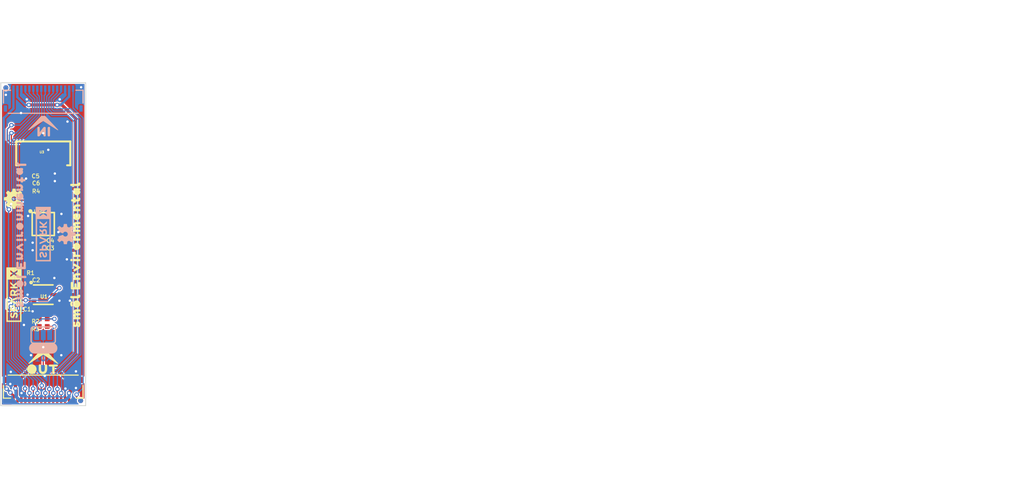
<source format=kicad_pcb>
(kicad_pcb (version 20211014) (generator pcbnew)
  (layers (0 "F.Cu" signal) (31 "B.Cu" signal) (34 "B.Paste" user) (35 "F.Paste" user) (36 "B.SilkS" user "B.Silkscreen") (37 "F.SilkS" user "F.Silkscreen") (38 "B.Mask" user) (39 "F.Mask" user) (44 "Edge.Cuts" user))
  (net 0 "")
  (net 1 "GND")
  (net 2 "SCLK")
  (net 3 "COPI")
  (net 4 "CIPO")
  (net 5 "CS0")
  (net 6 "CS1")
  (net 7 "CS2")
  (net 8 "GPIO0")
  (net 9 "GPIO1")
  (net 10 "SDA")
  (net 11 "SCL")
  (net 12 "3.3V")
  (net 13 "V_USB")
  (net 14 "PROC_PWR_EN")
  (net 15 "N$1")
  (net 16 "N$2")
  (net 17 "N$3")
  (net 18 "N$4")
  (footprint "eagleBoard:0402-TIGHT" (layer "F.Cu") (at 148.5011 108.3056)
    (fp_text reference "R1" (at -2.159 0.3175) (layer "F.SilkS") (effects (font (size 0.512064 0.512064) (thickness 0.097536)) (justify left)))
    (fp_text value "4.7" hide)
    (pad "1" smd roundrect (at -0.5 0) (size 0.6 0.6) (layers "F.Cu" "F.Paste" "F.Mask") (roundrect_rratio 0.08466666667) (net 15 "N$1"))
    (pad "2" smd roundrect (at 0.5 0) (size 0.6 0.6) (layers "F.Cu" "F.Paste" "F.Mask") (roundrect_rratio 0.08466666667) (net 12 "3.3V"))
  )
  (footprint "eagleBoard:0402-TIGHT" (layer "F.Cu") (at 148.5011 115.3541)
    (fp_text reference "R3" (at -1.524 0.327) (layer "F.SilkS") (effects (font (size 0.512064 0.512064) (thickness 0.097536)) (justify left)))
    (fp_text value "4.7k" hide)
    (pad "1" smd roundrect (at -0.5 0) (size 0.6 0.6) (layers "F.Cu" "F.Paste" "F.Mask") (roundrect_rratio 0.08466666667) (net 11 "SCL"))
    (pad "2" smd roundrect (at 0.5 0) (size 0.6 0.6) (layers "F.Cu" "F.Paste" "F.Mask") (roundrect_rratio 0.08466666667) (net 17 "N$3"))
  )
  (footprint "eagleBoard:0402-TIGHT" (layer "F.Cu") (at 148.5011 97.0661)
    (fp_text reference "C6" (at -1.4605 0.2635) (layer "F.SilkS") (effects (font (size 0.512064 0.512064) (thickness 0.097536)) (justify left)))
    (fp_text value "0.1uF" hide)
    (pad "1" smd roundrect (at -0.5 0) (size 0.6 0.6) (layers "F.Cu" "F.Paste" "F.Mask") (roundrect_rratio 0.08466666667) (net 18 "N$4"))
    (pad "2" smd roundrect (at 0.5 0) (size 0.6 0.6) (layers "F.Cu" "F.Paste" "F.Mask") (roundrect_rratio 0.08466666667) (net 1 "GND"))
  )
  (footprint "eagleBoard:FIDUCIAL-MICRO" (layer "F.Cu") (at 143.8021 85.3186)
    (fp_text reference "FD1" hide)
    (fp_text value "FIDUCIALUFIDUCIAL" hide)
    (pad "1" smd roundrect (at 0 0) (size 0.635 0.635) (layers "F.Cu" "F.Mask") (roundrect_rratio 0.5))
  )
  (footprint "eagleBoard:LGA-8-2.5X2.5" (layer "F.Cu") (at 148.5011 102.4636)
    (fp_text reference "U2" (at -1.27 -1.524) (layer "F.SilkS") (effects (font (size 0.512064 0.512064) (thickness 0.097536)) (justify left)))
    (fp_text value "BME280" hide)
    (pad "1" smd roundrect (at -0.975 -1.025 90) (size 0.5 0.35) (layers "F.Cu" "F.Paste" "F.Mask") (roundrect_rratio 0.1451428571) (net 1 "GND"))
    (pad "2" smd roundrect (at -0.325 -1.025 90) (size 0.5 0.35) (layers "F.Cu" "F.Paste" "F.Mask") (roundrect_rratio 0.1451428571) (net 12 "3.3V"))
    (pad "3" smd roundrect (at 0.325 -1.025 90) (size 0.5 0.35) (layers "F.Cu" "F.Paste" "F.Mask") (roundrect_rratio 0.1451428571) (net 10 "SDA"))
    (pad "4" smd roundrect (at 0.975 -1.025 90) (size 0.5 0.35) (layers "F.Cu" "F.Paste" "F.Mask") (roundrect_rratio 0.1451428571) (net 11 "SCL"))
    (pad "5" smd roundrect (at 0.975 1.025 90) (size 0.5 0.35) (layers "F.Cu" "F.Paste" "F.Mask") (roundrect_rratio 0.1451428571) (net 1 "GND"))
    (pad "6" smd roundrect (at 0.325 1.025 90) (size 0.5 0.35) (layers "F.Cu" "F.Paste" "F.Mask") (roundrect_rratio 0.1451428571) (net 12 "3.3V"))
    (pad "7" smd roundrect (at -0.325 1.025 90) (size 0.5 0.35) (layers "F.Cu" "F.Paste" "F.Mask") (roundrect_rratio 0.1451428571) (net 1 "GND"))
    (pad "8" smd roundrect (at -0.975 1.025 90) (size 0.5 0.35) (layers "F.Cu" "F.Paste" "F.Mask") (roundrect_rratio 0.1451428571) (net 12 "3.3V"))
  )
  (footprint "eagleBoard:SM�L_ENVIRONMENTAL0" (layer "F.Cu") (at 152.5651 106.2736 90)
    (fp_text reference "U$2" hide)
    (fp_text value "" hide)
  )
  (footprint "eagleBoard:VEML7700_TT" (layer "F.Cu") (at 148.5011 93.5736)
    (fp_text reference "U3" (at -0.5075 -0.1585) (layer "F.SilkS") (effects (font (size 0.282448 0.282448) (thickness 0.327152)) (justify left)))
    (fp_text value "VEML7700-TT" hide)
    (pad "1" smd roundrect (at -1.905 0.9 90) (size 1.6 0.7) (layers "F.Cu" "F.Paste" "F.Mask") (roundrect_rratio 0.07257142857) (net 11 "SCL"))
    (pad "2" smd roundrect (at -0.635 0.9 90) (size 1.6 0.7) (layers "F.Cu" "F.Paste" "F.Mask") (roundrect_rratio 0.07257142857) (net 18 "N$4"))
    (pad "3" smd roundrect (at 0.635 0.9 90) (size 1.6 0.7) (layers "F.Cu" "F.Paste" "F.Mask") (roundrect_rratio 0.07257142857) (net 1 "GND"))
    (pad "4" smd roundrect (at 1.905 0.9 90) (size 1.6 0.7) (layers "F.Cu" "F.Paste" "F.Mask") (roundrect_rratio 0.07257142857) (net 10 "SDA"))
  )
  (footprint "eagleBoard:FPC_16_0.5MM" (layer "F.Cu") (at 148.5011 123.2281 180)
    (fp_text reference "OUT0" hide)
    (fp_text value "" hide)
    (pad "1" smd roundrect (at -3.75 -1.35 180) (size 0.3 0.8) (layers "F.Cu" "F.Mask") (roundrect_rratio 0.1693333333) (net 14 "PROC_PWR_EN"))
    (pad "2" smd roundrect (at -3.25 -1.35 180) (size 0.3 0.8) (layers "F.Cu" "F.Mask") (roundrect_rratio 0.1693333333) (net 12 "3.3V"))
    (pad "3" smd roundrect (at -2.75 -1.35 180) (size 0.3 0.8) (layers "F.Cu" "F.Mask") (roundrect_rratio 0.1693333333) (net 1 "GND"))
    (pad "4" smd roundrect (at -2.25 -1.35 180) (size 0.3 0.8) (layers "F.Cu" "F.Mask") (roundrect_rratio 0.1693333333) (net 2 "SCLK"))
    (pad "5" smd roundrect (at -1.75 -1.35 180) (size 0.3 0.8) (layers "F.Cu" "F.Mask") (roundrect_rratio 0.1693333333) (net 3 "COPI"))
    (pad "6" smd roundrect (at -1.25 -1.35 180) (size 0.3 0.8) (layers "F.Cu" "F.Mask") (roundrect_rratio 0.1693333333) (net 4 "CIPO"))
    (pad "7" smd roundrect (at -0.75 -1.35 180) (size 0.3 0.8) (layers "F.Cu" "F.Mask") (roundrect_rratio 0.1693333333) (net 5 "CS0"))
    (pad "8" smd roundrect (at -0.25 -1.35 180) (size 0.3 0.8) (layers "F.Cu" "F.Mask") (roundrect_rratio 0.1693333333) (net 6 "CS1"))
    (pad "9" smd roundrect (at 0.25 -1.35 180) (size 0.3 0.8) (layers "F.Cu" "F.Mask") (roundrect_rratio 0.1693333333) (net 7 "CS2"))
    (pad "10" smd roundrect (at 0.75 -1.35 180) (size 0.3 0.8) (layers "F.Cu" "F.Mask") (roundrect_rratio 0.1693333333) (net 8 "GPIO0"))
    (pad "11" smd roundrect (at 1.25 -1.35 180) (size 0.3 0.8) (layers "F.Cu" "F.Mask") (roundrect_rratio 0.1693333333) (net 9 "GPIO1"))
    (pad "12" smd roundrect (at 1.75 -1.35 180) (size 0.3 0.8) (layers "F.Cu" "F.Mask") (roundrect_rratio 0.1693333333) (net 10 "SDA"))
    (pad "13" smd roundrect (at 2.25 -1.35 180) (size 0.3 0.8) (layers "F.Cu" "F.Mask") (roundrect_rratio 0.1693333333) (net 11 "SCL"))
    (pad "14" smd roundrect (at 2.75 -1.35 180) (size 0.3 0.8) (layers "F.Cu" "F.Mask") (roundrect_rratio 0.1693333333) (net 1 "GND"))
    (pad "15" smd roundrect (at 3.25 -1.35 180) (size 0.3 0.8) (layers "F.Cu" "F.Mask") (roundrect_rratio 0.1693333333) (net 12 "3.3V"))
    (pad "16" smd roundrect (at 3.75 -1.35 180) (size 0.3 0.8) (layers "F.Cu" "F.Mask") (roundrect_rratio 0.1693333333) (net 13 "V_USB"))
    (pad "MP1" smd roundrect (at -4.75 1.15 180) (size 0.4 0.8) (layers "F.Cu" "F.Paste" "F.Mask") (roundrect_rratio 0.127))
    (pad "MP2" smd roundrect (at 4.75 1.15 180) (size 0.4 0.8) (layers "F.Cu" "F.Paste" "F.Mask") (roundrect_rratio 0.127))
  )
  (footprint "eagleBoard:SMOL_SMALL" (layer "F.Cu") (at 148.5011 118.9101)
    (fp_text reference "U$3" hide)
    (fp_text value "SMOL_LOGOSMALL" hide)
  )
  (footprint "eagleBoard:FIDUCIAL-MICRO" (layer "F.Cu") (at 153.2001 124.6886)
    (fp_text reference "FD3" hide)
    (fp_text value "FIDUCIALUFIDUCIAL" hide)
    (pad "1" smd roundrect (at 0 0) (size 0.635 0.635) (layers "F.Cu" "F.Mask") (roundrect_rratio 0.5))
  )
  (footprint "eagleBoard:0402-TIGHT" (layer "F.Cu") (at 148.5011 98.0186)
    (fp_text reference "R4" (at -1.4605 0.327) (layer "F.SilkS") (effects (font (size 0.512064 0.512064) (thickness 0.097536)) (justify left)))
    (fp_text value "4.7")
    (pad "1" smd roundrect (at -0.5 0) (size 0.6 0.6) (layers "F.Cu" "F.Paste" "F.Mask") (roundrect_rratio 0.08466666667) (net 18 "N$4"))
    (pad "2" smd roundrect (at 0.5 0) (size 0.6 0.6) (layers "F.Cu" "F.Paste" "F.Mask") (roundrect_rratio 0.08466666667) (net 12 "3.3V"))
  )
  (footprint "eagleBoard:0402-TIGHT" (layer "F.Cu") (at 148.5011 114.4016)
    (fp_text reference "R2" (at -1.524 0.327) (layer "F.SilkS") (effects (font (size 0.512064 0.512064) (thickness 0.097536)) (justify left)))
    (fp_text value "4.7k" hide)
    (pad "1" smd roundrect (at -0.5 0) (size 0.6 0.6) (layers "F.Cu" "F.Paste" "F.Mask") (roundrect_rratio 0.08466666667) (net 10 "SDA"))
    (pad "2" smd roundrect (at 0.5 0) (size 0.6 0.6) (layers "F.Cu" "F.Paste" "F.Mask") (roundrect_rratio 0.08466666667) (net 16 "N$2"))
  )
  (footprint "eagleBoard:0402-TIGHT" (layer "F.Cu") (at 148.5011 104.8131 180)
    (fp_text reference "C4" (at -1.4605 0.2635) (layer "F.SilkS") (effects (font (size 0.512064 0.512064) (thickness 0.097536)) (justify right)))
    (fp_text value "0.1uF" hide)
    (pad "1" smd roundrect (at -0.5 0 180) (size 0.6 0.6) (layers "F.Cu" "F.Paste" "F.Mask") (roundrect_rratio 0.08466666667) (net 12 "3.3V"))
    (pad "2" smd roundrect (at 0.5 0 180) (size 0.6 0.6) (layers "F.Cu" "F.Paste" "F.Mask") (roundrect_rratio 0.08466666667) (net 1 "GND"))
  )
  (footprint "eagleBoard:OSHW-LOGO-MINI" (layer "F.Cu") (at 144.8181 99.2886 90)
    (fp_text reference "LOGO2" hide)
    (fp_text value "OSHW-LOGOMINI" hide)
  )
  (footprint "eagleBoard:SPARKX-SMALL" (layer "F.Cu") (at 144.8181 111.3536 90)
    (fp_text reference "U$1" hide)
    (fp_text value "SPARKX-LOGO3" hide)
  )
  (footprint "eagleBoard:0402-TIGHT" (layer "F.Cu") (at 148.5011 105.7656 180)
    (fp_text reference "C3" (at -1.4605 0.2635) (layer "F.SilkS") (effects (font (size 0.512064 0.512064) (thickness 0.097536)) (justify right)))
    (fp_text value "2.2uF" hide)
    (pad "1" smd roundrect (at -0.5 0 180) (size 0.6 0.6) (layers "F.Cu" "F.Paste" "F.Mask") (roundrect_rratio 0.08466666667) (net 12 "3.3V"))
    (pad "2" smd roundrect (at 0.5 0 180) (size 0.6 0.6) (layers "F.Cu" "F.Paste" "F.Mask") (roundrect_rratio 0.08466666667) (net 1 "GND"))
  )
  (footprint "eagleBoard:0402-TIGHT" (layer "F.Cu") (at 148.5011 113.4491 180)
    (fp_text reference "C1" (at 1.4605 0.2635) (layer "F.SilkS") (effects (font (size 0.512064 0.512064) (thickness 0.097536)) (justify right)))
    (fp_text value "1.0uF" hide)
    (pad "1" smd roundrect (at -0.5 0 180) (size 0.6 0.6) (layers "F.Cu" "F.Paste" "F.Mask") (roundrect_rratio 0.08466666667) (net 12 "3.3V"))
    (pad "2" smd roundrect (at 0.5 0 180) (size 0.6 0.6) (layers "F.Cu" "F.Paste" "F.Mask") (roundrect_rratio 0.08466666667) (net 1 "GND"))
  )
  (footprint "eagleBoard:0402-TIGHT" (layer "F.Cu") (at 148.5011 96.1136)
    (fp_text reference "C5" (at -1.524 0.327) (layer "F.SilkS") (effects (font (size 0.512064 0.512064) (thickness 0.097536)) (justify left)))
    (fp_text value "2.2uF" hide)
    (pad "1" smd roundrect (at -0.5 0) (size 0.6 0.6) (layers "F.Cu" "F.Paste" "F.Mask") (roundrect_rratio 0.08466666667) (net 18 "N$4"))
    (pad "2" smd roundrect (at 0.5 0) (size 0.6 0.6) (layers "F.Cu" "F.Paste" "F.Mask") (roundrect_rratio 0.08466666667) (net 1 "GND"))
  )
  (footprint "eagleBoard:0402-TIGHT" (layer "F.Cu") (at 148.5011 109.2581)
    (fp_text reference "C2" (at -1.4605 0.2635) (layer "F.SilkS") (effects (font (size 0.512064 0.512064) (thickness 0.097536)) (justify left)))
    (fp_text value "1.0uF" hide)
    (pad "1" smd roundrect (at -0.5 0) (size 0.6 0.6) (layers "F.Cu" "F.Paste" "F.Mask") (roundrect_rratio 0.08466666667) (net 15 "N$1"))
    (pad "2" smd roundrect (at 0.5 0) (size 0.6 0.6) (layers "F.Cu" "F.Paste" "F.Mask") (roundrect_rratio 0.08466666667) (net 1 "GND"))
  )
  (footprint "eagleBoard:SGP40" (layer "F.Cu") (at 148.5011 111.3536)
    (fp_text reference "U1" (at -0.4445 0.254) (layer "F.SilkS") (effects (font (size 0.460045 0.460045) (thickness 0.149555)) (justify left)))
    (fp_text value "SGP40" hide)
    (fp_poly (pts (xy 0.62505 0.85005) (xy -0.62505 0.85005) (xy -0.62505 -0.575021) (xy -0.350021 -0.85005) (xy 0.62505 -0.85005)) (layer "F.Cu") (width 0) (fill solid))
    (pad "1" smd roundrect (at -1.15 -0.8) (size 0.55 0.4) (layers "F.Cu" "F.Mask") (roundrect_rratio 0.127) (net 15 "N$1"))
    (pad "2" smd roundrect (at -1.15 0) (size 0.55 0.4) (layers "F.Cu" "F.Mask") (roundrect_rratio 0.127) (net 1 "GND"))
    (pad "3" smd roundrect (at -1.15 0.8) (size 0.55 0.4) (layers "F.Cu" "F.Mask") (roundrect_rratio 0.127) (net 10 "SDA"))
    (pad "4" smd roundrect (at 1.15 0.8) (size 0.55 0.4) (layers "F.Cu" "F.Mask") (roundrect_rratio 0.127) (net 1 "GND"))
    (pad "5" smd roundrect (at 1.15 0) (size 0.55 0.4) (layers "F.Cu" "F.Mask") (roundrect_rratio 0.127) (net 12 "3.3V"))
    (pad "6" smd roundrect (at 1.15 -0.8) (size 0.55 0.4) (layers "F.Cu" "F.Mask") (roundrect_rratio 0.127) (net 11 "SCL"))
    (pad "DIEPAD" smd roundrect (at 0 0 90) (size 0.6096 0.3048) (layers "F.Cu") (roundrect_rratio 0.1666666667) (net 1 "GND"))
  )
  (footprint "eagleBoard:ORDERING_INSTRUCTIONS" (layer "F.Cu") (at 162.2171 74.5236)
    (fp_text reference "LOGO1" hide)
    (fp_text value "SPECIAL_INSTRUCTIONS-ORDERING" hide)
  )
  (footprint "eagleBoard:OUT0" (layer "F.Cu") (at 148.5011 120.7516)
    (fp_text reference "U$17" hide)
    (fp_text value "" hide)
  )
  (footprint "eagleBoard:CREATIVE_COMMONS" (layer "F.Cu") (at 188.8871 135.4836)
    (fp_text reference "FRAME1" hide)
    (fp_text value "FRAME-LEDGER" hide)
  )
  (footprint "eagleBoard:#I�C#0" (layer "B.Cu") (at 148.5011 118.0846 180)
    (fp_text reference "U$5" hide)
    (fp_text value "" hide)
  )
  (footprint "eagleBoard:FPC_16_0.5MM" (layer "B.Cu") (at 148.5011 86.7791 180)
    (fp_text reference "IN0" hide)
    (fp_text value "" hide)
    (pad "1" smd roundrect (at -3.75 1.35 180) (size 0.3 0.8) (layers "B.Cu" "B.Mask") (roundrect_rratio 0.1693333333) (net 14 "PROC_PWR_EN"))
    (pad "2" smd roundrect (at -3.25 1.35 180) (size 0.3 0.8) (layers "B.Cu" "B.Mask") (roundrect_rratio 0.1693333333) (net 12 "3.3V"))
    (pad "3" smd roundrect (at -2.75 1.35 180) (size 0.3 0.8) (layers "B.Cu" "B.Mask") (roundrect_rratio 0.1693333333) (net 1 "GND"))
    (pad "4" smd roundrect (at -2.25 1.35 180) (size 0.3 0.8) (layers "B.Cu" "B.Mask") (roundrect_rratio 0.1693333333) (net 2 "SCLK"))
    (pad "5" smd roundrect (at -1.75 1.35 180) (size 0.3 0.8) (layers "B.Cu" "B.Mask") (roundrect_rratio 0.1693333333) (net 3 "COPI"))
    (pad "6" smd roundrect (at -1.25 1.35 180) (size 0.3 0.8) (layers "B.Cu" "B.Mask") (roundrect_rratio 0.1693333333) (net 4 "CIPO"))
    (pad "7" smd roundrect (at -0.75 1.35 180) (size 0.3 0.8) (layers "B.Cu" "B.Mask") (roundrect_rratio 0.1693333333) (net 5 "CS0"))
    (pad "8" smd roundrect (at -0.25 1.35 180) (size 0.3 0.8) (layers "B.Cu" "B.Mask") (roundrect_rratio 0.1693333333) (net 6 "CS1"))
    (pad "9" smd roundrect (at 0.25 1.35 180) (size 0.3 0.8) (layers "B.Cu" "B.Mask") (roundrect_rratio 0.1693333333) (net 7 "CS2"))
    (pad "10" smd roundrect (at 0.75 1.35 180) (size 0.3 0.8) (layers "B.Cu" "B.Mask") (roundrect_rratio 0.1693333333) (net 8 "GPIO0"))
    (pad "11" smd roundrect (at 1.25 1.35 180) (size 0.3 0.8) (layers "B.Cu" "B.Mask") (roundrect_rratio 0.1693333333) (net 9 "GPIO1"))
    (pad "12" smd roundrect (at 1.75 1.35 180) (size 0.3 0.8) (layers "B.Cu" "B.Mask") (roundrect_rratio 0.1693333333) (net 10 "SDA"))
    (pad "13" smd roundrect (at 2.25 1.35 180) (size 0.3 0.8) (layers "B.Cu" "B.Mask") (roundrect_rratio 0.1693333333) (net 11 "SCL"))
    (pad "14" smd roundrect (at 2.75 1.35 180) (size 0.3 0.8) (layers "B.Cu" "B.Mask") (roundrect_rratio 0.1693333333) (net 1 "GND"))
    (pad "15" smd roundrect (at 3.25 1.35 180) (size 0.3 0.8) (layers "B.Cu" "B.Mask") (roundrect_rratio 0.1693333333) (net 12 "3.3V"))
    (pad "16" smd roundrect (at 3.75 1.35 180) (size 0.3 0.8) (layers "B.Cu" "B.Mask") (roundrect_rratio 0.1693333333) (net 13 "V_USB"))
    (pad "MP1" smd roundrect (at -4.75 -1.15 180) (size 0.4 0.8) (layers "B.Cu" "B.Paste" "B.Mask") (roundrect_rratio 0.127))
    (pad "MP2" smd roundrect (at 4.75 -1.15 180) (size 0.4 0.8) (layers "B.Cu" "B.Paste" "B.Mask") (roundrect_rratio 0.127))
  )
  (footprint "eagleBoard:SM�L_ENVIRONMENTAL0" (layer "B.Cu") (at 145.7071 103.7336 90)
    (fp_text reference "U$4" hide)
    (fp_text value "" hide)
  )
  (footprint "eagleBoard:FIDUCIAL-MICRO" (layer "B.Cu") (at 143.8021 85.3186 180)
    (fp_text reference "FD2" hide)
    (fp_text value "FIDUCIALUFIDUCIAL" hide)
    (pad "1" smd roundrect (at 0 0 180) (size 0.635 0.635) (layers "B.Cu" "B.Mask") (roundrect_rratio 0.5))
  )
  (footprint "eagleBoard:SMOL_SMALL" (layer "B.Cu") (at 148.5011 89.5096 180)
    (fp_text reference "U$9" hide)
    (fp_text value "SMOL_LOGOSMALL" hide)
  )
  (footprint "eagleBoard:IN0" (layer "B.Cu") (at 148.5011 90.8431 180)
    (fp_text reference "U$8" hide)
    (fp_text value "" hide)
  )
  (footprint "eagleBoard:SMT-JUMPER_3_NO_SILK" (layer "B.Cu") (at 148.5011 116.4336 180)
    (fp_text reference "JP1" (at 0 -1.8415) (layer "B.SilkS") (effects (font (size 0.512064 0.512064) (thickness 0.097536)) (justify left mirror)))
    (fp_text value "JUMPER-SMT_3_NO_SILK" hide)
    (pad "1" smd roundrect (at -0.8128 0 180) (size 0.635 1.27) (layers "B.Cu" "B.Mask") (roundrect_rratio 0.08) (net 17 "N$3"))
    (pad "2" smd roundrect (at 0 0 180) (size 0.635 1.27) (layers "B.Cu" "B.Mask") (roundrect_rratio 0.08) (net 12 "3.3V"))
    (pad "3" smd roundrect (at 0.8128 0 180) (size 0.635 1.27) (layers "B.Cu" "B.Mask") (roundrect_rratio 0.08) (net 16 "N$2"))
  )
  (footprint "eagleBoard:FIDUCIAL-MICRO" (layer "B.Cu") (at 153.2001 124.6886 180)
    (fp_text reference "FD4" hide)
    (fp_text value "FIDUCIALUFIDUCIAL" hide)
    (pad "1" smd roundrect (at 0 0 180) (size 0.635 0.635) (layers "B.Cu" "B.Mask") (roundrect_rratio 0.5))
  )
  (footprint "eagleBoard:OSHW-LOGO-MINI" (layer "B.Cu") (at 151.2951 103.7336 90)
    (fp_text reference "LOGO3" hide)
    (fp_text value "OSHW-LOGOMINI" hide)
  )
  (footprint "eagleBoard:SPARKX-SMALL" (layer "B.Cu") (at 148.5011 103.7336 90)
    (fp_text reference "U$20" hide)
    (fp_text value "SPARKX-LOGO3" hide)
  )
  (gr_line (start 153.8351 84.6836) (end 143.1671 84.6836) (layer "Edge.Cuts") (width 0.1016))
  (gr_line (start 143.1671 84.6836) (end 143.1671 125.3236) (layer "Edge.Cuts") (width 0.1016))
  (gr_line (start 153.8351 125.3236) (end 153.8351 84.6836) (layer "Edge.Cuts") (width 0.1016))
  (gr_line (start 143.1671 125.3236) (end 153.8351 125.3236) (layer "Edge.Cuts") (width 0.1016))
  (gr_text "X01" (at 148.5011 119.3546) (layer "B.Cu") (effects (font (size 0.75565 0.75565) (thickness 0.13335)) (justify mirror)))
  (segment (start 151.2511 124.5781) (end 151.2316 124.5586) (width 0.1524) (layer "F.Cu") (net 1))
  (segment (start 151.2951 123.1646) (end 151.2316 123.2281) (width 0.1524) (layer "F.Cu") (net 1))
  (segment (start 146.7231 121.5771) (end 148.6916 121.5771) (width 0.3048) (layer "F.Cu") (net 1))
  (segment (start 145.7511 123.7556) (end 145.7706 123.7361) (width 0.1524) (layer "F.Cu") (net 1))
  (segment (start 145.7706 123.7361) (end 145.7706 123.506969) (width 0.3048) (layer "F.Cu") (net 1))
  (segment (start 150.2791 121.5771) (end 148.6916 121.5771) (width 0.3048) (layer "F.Cu") (net 1))
  (segment (start 151.2316 123.2281) (end 151.2316 124.5586) (width 0.1524) (layer "F.Cu") (net 1))
  (segment (start 145.7511 124.5781) (end 145.7511 123.7556) (width 0.1524) (layer "F.Cu") (net 1))
  (segment (start 145.6587 123.395069) (end 145.6587 122.6415) (width 0.3048) (layer "F.Cu") (net 1))
  (segment (start 145.6587 122.6415) (end 146.7231 121.5771) (width 0.3048) (layer "F.Cu") (net 1))
  (segment (start 151.2951 123.1646) (end 151.2951 122.5931) (width 0.3048) (layer "F.Cu") (net 1))
  (segment (start 145.7706 123.506969) (end 145.6587 123.395069) (width 0.3048) (layer "F.Cu") (net 1))
  (segment (start 151.2951 122.5931) (end 150.2791 121.5771) (width 0.3048) (layer "F.Cu") (net 1))
  (via (at 150.5331 112.1156) (size 0.554) (drill 0.3) (layers "F.Cu" "B.Cu") (net 1))
  (via (at 150.772 118.9736) (size 0.554) (drill 0.3) (layers "F.Cu" "B.Cu") (net 1))
  (via (at 148.6916 121.5771) (size 0.554) (drill 0.3) (layers "F.Cu" "B.Cu") (net 1))
  (via (at 151.5491 89.5731) (size 0.554) (drill 0.3) (layers "F.Cu" "B.Cu") (net 1))
  (via (at 145.7706 123.7361) (size 0.554) (drill 0.3) (layers "F.Cu" "B.Cu") (net 1))
  (via (at 148.5011 91.0336) (size 0.554) (drill 0.3) (layers "F.Cu" "B.Cu") (net 1))
  (via (at 145.7071 88.4936) (size 0.554) (drill 0.3) (layers "F.Cu" "B.Cu") (net 1))
  (via (at 151.2951 123.1646) (size 0.554) (drill 0.3) (layers "F.Cu" "B.Cu") (net 1))
  (via (at 150.4061 103.4796) (size 0.554) (drill 0.3) (layers "F.Cu" "B.Cu") (net 1))
  (via (at 146.5961 101.4476) (size 0.554) (drill 0.3) (layers "F.Cu" "B.Cu") (net 1))
  (via (at 143.8021 86.2076) (size 0.554) (drill 0.3) (layers "F.Cu" "B.Cu") (net 1))
  (via (at 146.3421 96.7486) (size 0.554) (drill 0.3) (layers "F.Cu" "B.Cu") (net 1))
  (via (at 147.1676 105.7656) (size 0.554) (drill 0.3) (layers "F.Cu" "B.Cu") (net 1))
  (via (at 147.1676 104.8131) (size 0.554) (drill 0.3) (layers "F.Cu" "B.Cu") (net 1))
  (via (at 150.7871 101.1936) (size 0.554) (drill 0.3) (layers "F.Cu" "B.Cu") (net 1))
  (via (at 146.5326 111.3536) (size 0.554) (drill 0.3) (layers "F.Cu" "B.Cu") (net 1))
  (via (at 144.3585 122.5931) (size 0.554) (drill 0.3) (layers "F.Cu" "B.Cu") (net 1))
  (via (at 151.8515 112.1156) (size 0.554) (drill 0.3) (layers "F.Cu" "B.Cu") (net 1))
  (via (at 152.6135 121.0056) (size 0.554) (drill 0.3) (layers "F.Cu" "B.Cu") (net 1))
  (via (at 149.1361 93.1291) (size 0.554) (drill 0.3) (layers "F.Cu" "B.Cu") (net 1))
  (via (at 147.1676 113.4491) (size 0.554) (drill 0.3) (layers "F.Cu" "B.Cu") (net 1))
  (via (at 151.4705 106.9086) (size 0.554) (drill 0.3) (layers "F.Cu" "B.Cu") (net 1))
  (via (at 146.962 118.9736) (size 0.554) (drill 0.3) (layers "F.Cu" "B.Cu") (net 1))
  (via (at 146.4321 86.7791) (size 0.554) (drill 0.3) (layers "F.Cu" "B.Cu") (net 1))
  (via (at 146.073 115.1636) (size 0.554) (drill 0.3) (layers "F.Cu" "B.Cu") (net 1))
  (via (at 144.422 121.0691) (size 0.554) (drill 0.3) (layers "F.Cu" "B.Cu") (net 1))
  (via (at 153.2636 85.2551) (size 0.554) (drill 0.3) (layers "F.Cu" "B.Cu") (net 1))
  (via (at 149.9616 97.0661) (size 0.554) (drill 0.3) (layers "F.Cu" "B.Cu") (net 1))
  (via (at 152.6135 123.1011) (size 0.554) (drill 0.3) (layers "F.Cu" "B.Cu") (net 1))
  (via (at 150.5701 86.7791) (size 0.554) (drill 0.3) (layers "F.Cu" "B.Cu") (net 1))
  (via (at 149.8981 109.2581) (size 0.554) (drill 0.3) (layers "F.Cu" "B.Cu") (net 1))
  (via (at 149.9616 96.1136) (size 0.554) (drill 0.3) (layers "F.Cu" "B.Cu") (net 1))
  (segment (start 151.2511 86.0981) (end 150.5701 86.7791) (width 0.3048) (layer "B.Cu") (net 1))
  (segment (start 145.7511 86.0981) (end 146.4321 86.7791) (width 0.3048) (layer "B.Cu") (net 1))
  (segment (start 151.2511 85.4291) (end 151.2511 86.0981) (width 0.3048) (layer "B.Cu") (net 1))
  (segment (start 145.7511 85.4291) (end 145.7511 86.0981) (width 0.3048) (layer "B.Cu") (net 1))
  (segment (start 150.7511 123.7364) (end 150.7514 123.7361) (width 0.1524) (layer "F.Cu") (net 2))
  (segment (start 150.7511 124.5781) (end 150.7511 123.7364) (width 0.1524) (layer "F.Cu") (net 2))
  (via (at 150.7514 123.7361) (size 0.554) (drill 0.3) (layers "F.Cu" "B.Cu") (net 2))
  (segment (start 149.926693 87.9578) (end 151.951662 87.9578) (width 0.1524) (layer "B.Cu") (net 2))
  (segment (start 150.8149 123.6726) (end 150.7514 123.7361) (width 0.1524) (layer "B.Cu") (net 2))
  (segment (start 153.2382 118.872) (end 150.8149 121.2953) (width 0.1524) (layer "B.Cu") (net 2))
  (segment (start 150.8149 121.2953) (end 150.8149 123.6726) (width 0.1524) (layer "B.Cu") (net 2))
  (segment (start 150.7511 85.4291) (end 150.7511 85.855494) (width 0.1524) (layer "B.Cu") (net 2))
  (segment (start 150.7511 85.855494) (end 149.7724 86.834194) (width 0.1524) (layer "B.Cu") (net 2))
  (segment (start 149.7724 87.803507) (end 149.926693 87.9578) (width 0.1524) (layer "B.Cu") (net 2))
  (segment (start 153.2382 89.244338) (end 153.2382 118.872) (width 0.1524) (layer "B.Cu") (net 2))
  (segment (start 151.951662 87.9578) (end 153.2382 89.244338) (width 0.1524) (layer "B.Cu") (net 2))
  (segment (start 149.7724 86.834194) (end 149.7724 87.803507) (width 0.1524) (layer "B.Cu") (net 2))
  (segment (start 150.2511 123.2561) (end 150.2791 123.2281) (width 0.1524) (layer "F.Cu") (net 3))
  (segment (start 150.2511 124.5781) (end 150.2511 123.2561) (width 0.1524) (layer "F.Cu") (net 3))
  (via (at 150.2791 123.2281) (size 0.554) (drill 0.3) (layers "F.Cu" "B.Cu") (net 3))
  (segment (start 150.2511 85.960357) (end 149.493 86.718457) (width 0.1524) (layer "B.Cu") (net 3))
  (segment (start 151.835925 88.2372) (end 152.9588 89.360075) (width 0.1524) (layer "B.Cu") (net 3))
  (segment (start 150.2511 85.4291) (end 150.2511 85.960357) (width 0.1524) (layer "B.Cu") (net 3))
  (segment (start 150.2791 121.435963) (end 150.2791 123.2281) (width 0.1524) (layer "B.Cu") (net 3))
  (segment (start 152.9588 118.756263) (end 150.2791 121.435963) (width 0.1524) (layer "B.Cu") (net 3))
  (segment (start 149.493 86.718457) (end 149.493 87.919244) (width 0.1524) (layer "B.Cu") (net 3))
  (segment (start 149.493 87.919244) (end 149.810956 88.2372) (width 0.1524) (layer "B.Cu") (net 3))
  (segment (start 149.810956 88.2372) (end 151.835925 88.2372) (width 0.1524) (layer "B.Cu") (net 3))
  (segment (start 152.9588 89.360075) (end 152.9588 118.756263) (width 0.1524) (layer "B.Cu") (net 3))
  (segment (start 149.7511 124.5781) (end 149.7511 123.7559) (width 0.1524) (layer "F.Cu") (net 4))
  (segment (start 149.7511 123.7559) (end 149.7709 123.7361) (width 0.1524) (layer "F.Cu") (net 4))
  (via (at 149.7709 123.7361) (size 0.554) (drill 0.3) (layers "F.Cu" "B.Cu") (net 4))
  (segment (start 149.695218 88.5166) (end 151.720187 88.5166) (width 0.1524) (layer "B.Cu") (net 4))
  (segment (start 152.6794 118.640525) (end 149.7709 121.549025) (width 0.1524) (layer "B.Cu") (net 4))
  (segment (start 149.7511 85.4291) (end 149.7511 86.001719) (width 0.1524) (layer "B.Cu") (net 4))
  (segment (start 152.6794 89.475813) (end 152.6794 118.640525) (width 0.1524) (layer "B.Cu") (net 4))
  (segment (start 151.720187 88.5166) (end 152.6794 89.475813) (width 0.1524) (layer "B.Cu") (net 4))
  (segment (start 149.2136 86.539219) (end 149.2136 88.034982) (width 0.1524) (layer "B.Cu") (net 4))
  (segment (start 149.7511 86.001719) (end 149.2136 86.539219) (width 0.1524) (layer "B.Cu") (net 4))
  (segment (start 149.7709 121.549025) (end 149.7709 123.7361) (width 0.1524) (layer "B.Cu") (net 4))
  (segment (start 149.2136 88.034982) (end 149.695218 88.5166) (width 0.1524) (layer "B.Cu") (net 4))
  (segment (start 149.2511 123.2401) (end 149.2631 123.2281) (width 0.1524) (layer "F.Cu") (net 5))
  (segment (start 149.2511 124.5781) (end 149.2511 123.2401) (width 0.1524) (layer "F.Cu") (net 5))
  (via (at 149.2631 123.2281) (size 0.554) (drill 0.3) (layers "F.Cu" "B.Cu") (net 5))
  (segment (start 152.4 118.524788) (end 149.2631 121.661688) (width 0.1524) (layer "B.Cu") (net 5))
  (segment (start 148.9336 88.150119) (end 149.579481 88.796) (width 0.1524) (layer "B.Cu") (net 5))
  (segment (start 149.2511 86.0641) (end 148.9336 86.3816) (width 0.1524) (layer "B.Cu") (net 5))
  (segment (start 149.579481 88.796) (end 151.60445 88.796) (width 0.1524) (layer "B.Cu") (net 5))
  (segment (start 149.2511 85.4291) (end 149.2511 86.0641) (width 0.1524) (layer "B.Cu") (net 5))
  (segment (start 151.60445 88.796) (end 152.4 89.59155) (width 0.1524) (layer "B.Cu") (net 5))
  (segment (start 152.4 89.59155) (end 152.4 118.524788) (width 0.1524) (layer "B.Cu") (net 5))
  (segment (start 148.9336 86.3816) (end 148.9336 88.150119) (width 0.1524) (layer "B.Cu") (net 5))
  (segment (start 149.2631 121.661688) (end 149.2631 123.2281) (width 0.1524) (layer "B.Cu") (net 5))
  (segment (start 148.7511 123.7559) (end 148.7709 123.7361) (width 0.1524) (layer "F.Cu") (net 6))
  (segment (start 148.7511 124.5781) (end 148.7511 123.7559) (width 0.1524) (layer "F.Cu") (net 6))
  (via (at 148.7709 123.7361) (size 0.554) (drill 0.3) (layers "F.Cu" "B.Cu") (net 6))
  (segment (start 148.7511 86.162238) (end 148.6268 86.286538) (width 0.1524) (layer "B.Cu") (net 6))
  (segment (start 148.7511 85.4291) (end 148.7511 86.162238) (width 0.1524) (layer "B.Cu") (net 6))
  (segment (start 145.81265 99.3861) (end 145.81265 113.481213) (width 0.1524) (layer "B.Cu") (net 6))
  (segment (start 148.6268 86.286538) (end 148.6268 89.040057) (width 0.1524) (layer "B.Cu") (net 6))
  (segment (start 145.3594 98.93285) (end 145.81265 99.3861) (width 0.1524) (layer "B.Cu") (net 6))
  (segment (start 145.3594 92.307457) (end 145.3594 98.93285) (width 0.1524) (layer "B.Cu") (net 6))
  (segment (start 148.8543 122.919007) (end 148.7709 123.002407) (width 0.1524) (layer "B.Cu") (net 6))
  (segment (start 148.8543 122.521194) (end 148.8543 122.919007) (width 0.1524) (layer "B.Cu") (net 6))
  (segment (start 148.6268 89.040057) (end 145.3594 92.307457) (width 0.1524) (layer "B.Cu") (net 6))
  (segment (start 145.3467 119.013594) (end 148.8543 122.521194) (width 0.1524) (layer "B.Cu") (net 6))
  (segment (start 148.7709 123.002407) (end 148.7709 123.7361) (width 0.1524) (layer "B.Cu") (net 6))
  (segment (start 145.81265 113.481213) (end 145.3467 113.947163) (width 0.1524) (layer "B.Cu") (net 6))
  (segment (start 145.3467 113.947163) (end 145.3467 119.013594) (width 0.1524) (layer "B.Cu") (net 6))
  (segment (start 148.2511 124.5781) (end 148.2511 122.8431) (width 0.1524) (layer "F.Cu") (net 7))
  (segment (start 148.2511 122.8431) (end 148.3106 122.7836) (width 0.1524) (layer "F.Cu") (net 7))
  (via (at 148.3106 122.7836) (size 0.554) (drill 0.3) (layers "F.Cu" "B.Cu") (net 7))
  (segment (start 145.08 92.191719) (end 145.08 99.048588) (width 0.1524) (layer "B.Cu") (net 7))
  (segment (start 145.08 99.048588) (end 145.53325 99.501838) (width 0.1524) (layer "B.Cu") (net 7))
  (segment (start 148.3146 86.2546) (end 148.3146 88.957119) (width 0.1524) (layer "B.Cu") (net 7))
  (segment (start 148.2511 85.4291) (end 148.2511 86.1911) (width 0.1524) (layer "B.Cu") (net 7))
  (segment (start 148.3106 122.40955) (end 148.3106 122.7836) (width 0.1524) (layer "B.Cu") (net 7))
  (segment (start 145.0673 119.16625) (end 148.3106 122.40955) (width 0.1524) (layer "B.Cu") (net 7))
  (segment (start 148.3146 86.2546) (end 148.2511 86.1911) (width 0.1524) (layer "B.Cu") (net 7))
  (segment (start 145.0673 113.831425) (end 145.0673 119.16625) (width 0.1524) (layer "B.Cu") (net 7))
  (segment (start 145.53325 99.501838) (end 145.53325 113.365475) (width 0.1524) (layer "B.Cu") (net 7))
  (segment (start 148.3146 88.957119) (end 145.08 92.191719) (width 0.1524) (layer "B.Cu") (net 7))
  (segment (start 145.53325 113.365475) (end 145.0673 113.831425) (width 0.1524) (layer "B.Cu") (net 7))
  (segment (start 147.7511 123.7559) (end 147.7709 123.7361) (width 0.1524) (layer "F.Cu") (net 8))
  (segment (start 147.7511 124.5781) (end 147.7511 123.7559) (width 0.1524) (layer "F.Cu") (net 8))
  (via (at 147.7709 123.7361) (size 0.554) (drill 0.3) (layers "F.Cu" "B.Cu") (net 8))
  (segment (start 144.8006 92.075982) (end 144.8006 99.164325) (width 0.1524) (layer "B.Cu") (net 8))
  (segment (start 145.25385 99.617575) (end 145.25385 113.249738) (width 0.1524) (layer "B.Cu") (net 8))
  (segment (start 144.8006 99.164325) (end 145.25385 99.617575) (width 0.1524) (layer "B.Cu") (net 8))
  (segment (start 144.7879 113.715688) (end 144.7879 119.281988) (width 0.1524) (layer "B.Cu") (net 8))
  (segment (start 147.7709 122.264988) (end 147.7709 123.7361) (width 0.1524) (layer "B.Cu") (net 8))
  (segment (start 148.0051 86.3816) (end 148.0051 88.871482) (width 0.1524) (layer "B.Cu") (net 8))
  (segment (start 144.7879 119.281988) (end 147.7709 122.264988) (width 0.1524) (layer "B.Cu") (net 8))
  (segment (start 145.25385 113.249738) (end 144.7879 113.715688) (width 0.1524) (layer "B.Cu") (net 8))
  (segment (start 147.7511 85.4291) (end 147.7511 86.1276) (width 0.1524) (layer "B.Cu") (net 8))
  (segment (start 148.0051 86.3816) (end 147.7511 86.1276) (width 0.1524) (layer "B.Cu") (net 8))
  (segment (start 148.0051 88.871482) (end 144.8006 92.075982) (width 0.1524) (layer "B.Cu") (net 8))
  (segment (start 147.2511 123.1846) (end 147.2311 123.1646) (width 0.1524) (layer "F.Cu") (net 9))
  (segment (start 147.2511 124.5781) (end 147.2511 123.1846) (width 0.1524) (layer "F.Cu") (net 9))
  (via (at 147.2311 123.1646) (size 0.554) (drill 0.3) (layers "F.Cu" "B.Cu") (net 9))
  (segment (start 147.2311 122.120325) (end 147.2311 123.1646) (width 0.1524) (layer "B.Cu") (net 9))
  (segment (start 144.97445 113.134) (end 144.5085 113.59995) (width 0.1524) (layer "B.Cu") (net 9))
  (segment (start 144.5085 113.59995) (end 144.5085 119.397725) (width 0.1524) (layer "B.Cu") (net 9))
  (segment (start 147.7251 88.756344) (end 144.5212 91.960244) (width 0.1524) (layer "B.Cu") (net 9))
  (segment (start 144.5212 99.280063) (end 144.97445 99.733313) (width 0.1524) (layer "B.Cu") (net 9))
  (segment (start 147.7251 86.539219) (end 147.7251 88.756344) (width 0.1524) (layer "B.Cu") (net 9))
  (segment (start 144.5212 91.960244) (end 144.5212 99.280063) (width 0.1524) (layer "B.Cu") (net 9))
  (segment (start 144.5085 119.397725) (end 147.2311 122.120325) (width 0.1524) (layer "B.Cu") (net 9))
  (segment (start 147.2511 86.065219) (end 147.7251 86.539219) (width 0.1524) (layer "B.Cu") (net 9))
  (segment (start 147.2511 85.4291) (end 147.2511 86.065219) (width 0.1524) (layer "B.Cu") (net 9))
  (segment (start 144.97445 99.733313) (end 144.97445 113.134) (width 0.1524) (layer "B.Cu") (net 9))
  (segment (start 148.8261 101.4386) (end 148.8261 100.5026) (width 0.1524) (layer "F.Cu") (net 10))
  (segment (start 148.2471 99.9236) (end 144.48635 99.9236) (width 0.1524) (layer "F.Cu") (net 10))
  (segment (start 146.6596 114.1476) (end 146.9136 114.4016) (width 0.1524) (layer "F.Cu") (net 10))
  (segment (start 146.7511 123.7559) (end 146.7709 123.7361) (width 0.1524) (layer "F.Cu") (net 10))
  (segment (start 146.77305 112.2426) (end 146.77305 112.251007) (width 0.1524) (layer "F.Cu") (net 10))
  (segment (start 146.7511 124.5781) (end 146.7511 123.7559) (width 0.1524) (layer "F.Cu") (net 10))
  (segment (start 147.3511 112.1536) (end 146.86205 112.1536) (width 0.1524) (layer "F.Cu") (net 10))
  (segment (start 146.77305 112.251007) (end 146.6596 112.364457) (width 0.1524) (layer "F.Cu") (net 10))
  (segment (start 146.86205 112.1536) (end 146.77305 112.2426) (width 0.1524) (layer "F.Cu") (net 10))
  (segment (start 146.9136 114.4016) (end 148.0011 114.4016) (width 0.1524) (layer "F.Cu") (net 10))
  (segment (start 146.6596 112.364457) (end 146.6596 112.8141) (width 0.1524) (layer "F.Cu") (net 10))
  (segment (start 144.6911 92.0242) (end 149.2377 92.0242) (width 0.1524) (layer "F.Cu") (net 10))
  (segment (start 144.48635 99.9236) (end 144.46885 99.9411) (width 0.1524) (layer "F.Cu") (net 10))
  (segment (start 150.4061 93.1926) (end 150.4061 94.4736) (width 0.1524) (layer "F.Cu") (net 10))
  (segment (start 148.8261 100.5026) (end 148.2471 99.9236) (width 0.1524) (layer "F.Cu") (net 10))
  (segment (start 144.5006 91.0058) (end 144.5006 91.8337) (width 0.1524) (layer "F.Cu") (net 10))
  (segment (start 146.6596 112.8141) (end 146.6596 114.1476) (width 0.1524) (layer "F.Cu") (net 10))
  (segment (start 149.2377 92.0242) (end 150.4061 93.1926) (width 0.1524) (layer "F.Cu") (net 10))
  (segment (start 144.5006 91.8337) (end 144.6911 92.0242) (width 0.1524) (layer "F.Cu") (net 10))
  (segment (start 144.4371 112.8141) (end 146.6596 112.8141) (width 0.1524) (layer "F.Cu") (net 10))
  (via (at 144.4371 112.8141) (size 0.554) (drill 0.3) (layers "F.Cu" "B.Cu") (net 10))
  (via (at 144.5006 91.0058) (size 0.554) (drill 0.3) (layers "F.Cu" "B.Cu") (net 10))
  (via (at 146.7709 123.7361) (size 0.554) (drill 0.3) (layers "F.Cu" "B.Cu") (net 10))
  (via (at 144.46885 99.9411) (size 0.554) (drill 0.3) (layers "F.Cu" "B.Cu") (net 10))
  (segment (start 144.4371 112.8141) (end 144.2291 113.0221) (width 0.1524) (layer "B.Cu") (net 10))
  (segment (start 144.46885 99.9411) (end 144.2418 99.71405) (width 0.1524) (layer "B.Cu") (net 10))
  (segment (start 145.080506 91.0058) (end 147.4457 88.640607) (width 0.1524) (layer "B.Cu") (net 10))
  (segment (start 144.6736 112.5776) (end 144.4371 112.8141) (width 0.1524) (layer "B.Cu") (net 10))
  (segment (start 146.7074 121.991763) (end 146.7074 123.6726) (width 0.1524) (layer "B.Cu") (net 10))
  (segment (start 144.2418 91.2646) (end 144.2418 99.71405) (width 0.1524) (layer "B.Cu") (net 10))
  (segment (start 144.46885 99.9411) (end 144.6736 100.14585) (width 0.1524) (layer "B.Cu") (net 10))
  (segment (start 144.2291 119.513463) (end 146.7074 121.991763) (width 0.1524) (layer "B.Cu") (net 10))
  (segment (start 144.5006 91.0058) (end 145.080506 91.0058) (width 0.1524) (layer "B.Cu") (net 10))
  (segment (start 147.4457 88.640607) (end 147.4457 86.718457) (width 0.1524) (layer "B.Cu") (net 10))
  (segment (start 146.7511 86.023857) (end 146.7511 85.4291) (width 0.1524) (layer "B.Cu") (net 10))
  (segment (start 146.7074 123.6726) (end 146.7709 123.7361) (width 0.1524) (layer "B.Cu") (net 10))
  (segment (start 144.5006 91.0058) (end 144.2418 91.2646) (width 0.1524) (layer "B.Cu") (net 10))
  (segment (start 147.4457 86.718457) (end 146.7511 86.023857) (width 0.1524) (layer "B.Cu") (net 10))
  (segment (start 144.2291 113.0221) (end 144.2291 119.513463) (width 0.1524) (layer "B.Cu") (net 10))
  (segment (start 144.6736 100.14585) (end 144.6736 112.5776) (width 0.1524) (layer "B.Cu") (net 10))
  (segment (start 144.2648 99.4609) (end 148.2924 99.4609) (width 0.1524) (layer "F.Cu") (net 11))
  (segment (start 146.3802 113.6142) (end 146.3802 114.263338) (width 0.1524) (layer "F.Cu") (net 11))
  (segment (start 148.2924 99.4609) (end 149.4761 100.6446) (width 0.1524) (layer "F.Cu") (net 11))
  (segment (start 144.5006 90.0176) (end 143.9926 90.5256) (width 0.1524) (layer "F.Cu") (net 11))
  (segment (start 146.5961 93.1926) (end 146.5961 94.4736) (width 0.1524) (layer "F.Cu") (net 11))
  (segment (start 150.5331 110.5281) (end 150.5076 110.5536) (width 0.1524) (layer "F.Cu") (net 11))
  (segment (start 143.9569 112.2632) (end 143.9569 113.0959) (width 0.1524) (layer "F.Cu") (net 11))
  (segment (start 146.2511 124.5781) (end 146.2511 123.2006) (width 0.1524) (layer "F.Cu") (net 11))
  (segment (start 143.9569 113.0959) (end 144.1831 113.3221) (width 0.1524) (layer "F.Cu") (net 11))
  (segment (start 145.7071 92.3036) (end 146.5961 93.1926) (width 0.1524) (layer "F.Cu") (net 11))
  (segment (start 143.9291 100.3681) (end 143.9291 99.7966) (width 0.1524) (layer "F.Cu") (net 11))
  (segment (start 146.0881 113.3221) (end 146.3802 113.6142) (width 0.1524) (layer "F.Cu") (net 11))
  (segment (start 146.2511 123.2006) (end 146.2151 123.1646) (width 0.1524) (layer "F.Cu") (net 11))
  (segment (start 144.1831 113.3221) (end 146.0881 113.3221) (width 0.1524) (layer "F.Cu") (net 11))
  (segment (start 144.1831 100.6221) (end 143.9291 100.3681) (width 0.1524) (layer "F.Cu") (net 11))
  (segment (start 143.9926 91.8591) (end 144.4371 92.3036) (width 0.1524) (layer "F.Cu") (net 11))
  (segment (start 147.470962 115.3541) (end 148.0011 115.3541) (width 0.1524) (layer "F.Cu") (net 11))
  (segment (start 143.9291 99.7966) (end 144.2648 99.4609) (width 0.1524) (layer "F.Cu") (net 11))
  (segment (start 146.3802 114.263338) (end 147.470962 115.3541) (width 0.1524) (layer "F.Cu") (net 11))
  (segment (start 144.168 112.0521) (end 143.9569 112.2632) (width 0.1524) (layer "F.Cu") (net 11))
  (segment (start 143.9926 90.5256) (end 143.9926 91.8591) (width 0.1524) (layer "F.Cu") (net 11))
  (segment (start 146.29285 112.0521) (end 144.168 112.0521) (width 0.1524) (layer "F.Cu") (net 11))
  (segment (start 144.4371 92.3036) (end 145.7071 92.3036) (width 0.1524) (layer "F.Cu") (net 11))
  (segment (start 150.5076 110.5536) (end 149.6511 110.5536) (width 0.1524) (layer "F.Cu") (net 11))
  (segment (start 149.4761 100.6446) (end 149.4761 101.4386) (width 0.1524) (layer "F.Cu") (net 11))
  (via (at 146.2151 123.1646) (size 0.554) (drill 0.3) (layers "F.Cu" "B.Cu") (net 11))
  (via (at 144.168 112.0521) (size 0.554) (drill 0.3) (layers "F.Cu" "B.Cu") (net 11))
  (via (at 150.5331 110.5281) (size 0.554) (drill 0.3) (layers "F.Cu" "B.Cu") (net 11))
  (via (at 146.29285 112.0521) (size 0.554) (drill 0.3) (layers "F.Cu" "B.Cu") (net 11))
  (via (at 144.1831 100.6221) (size 0.554) (drill 0.3) (layers "F.Cu" "B.Cu") (net 11))
  (via (at 144.5006 90.0176) (size 0.554) (drill 0.3) (layers "F.Cu" "B.Cu") (net 11))
  (segment (start 145.6436 90.0176) (end 144.5006 90.0176) (width 0.1524) (layer "B.Cu") (net 11))
  (segment (start 144.5006 90.0176) (end 144.5006 90.0207) (width 0.1524) (layer "B.Cu") (net 11))
  (segment (start 144.1831 100.6221) (end 143.9624 100.4014) (width 0.1524) (layer "B.Cu") (net 11))
  (segment (start 144.1831 100.6221) (end 144.1402 100.665) (width 0.1524) (layer "B.Cu") (net 11))
  (segment (start 146.2511 85.4291) (end 146.2511 85.918994) (width 0.1524) (layer "B.Cu") (net 11))
  (segment (start 144.5006 90.0207) (end 143.9624 90.5589) (width 0.1524) (layer "B.Cu") (net 11))
  (segment (start 143.9624 100.4014) (end 143.9624 90.5589) (width 0.1524) (layer "B.Cu") (net 11))
  (segment (start 149.0091 112.0521) (end 150.5331 110.5281) (width 0.1524) (layer "B.Cu") (net 11))
  (segment (start 144.1402 112.0243) (end 144.168 112.0521) (width 0.1524) (layer "B.Cu") (net 11))
  (segment (start 147.1663 88.4949) (end 145.6436 90.0176) (width 0.1524) (layer "B.Cu") (net 11))
  (segment (start 144.168 112.0521) (end 143.9497 112.2704) (width 0.1524) (layer "B.Cu") (net 11))
  (segment (start 146.2151 121.8946) (end 143.9497 119.6292) (width 0.1524) (layer "B.Cu") (net 11))
  (segment (start 146.29285 112.0521) (end 149.0091 112.0521) (width 0.1524) (layer "B.Cu") (net 11))
  (segment (start 143.9497 112.2704) (end 143.9497 119.6292) (width 0.1524) (layer "B.Cu") (net 11))
  (segment (start 147.1663 86.834194) (end 147.1663 88.4949) (width 0.1524) (layer "B.Cu") (net 11))
  (segment (start 146.2511 85.918994) (end 147.1663 86.834194) (width 0.1524) (layer "B.Cu") (net 11))
  (segment (start 144.1402 100.665) (end 144.1402 112.0243) (width 0.1524) (layer "B.Cu") (net 11))
  (segment (start 146.2151 121.8946) (end 146.2151 123.1646) (width 0.1524) (layer "B.Cu") (net 11))
  (segment (start 149.0011 113.4491) (end 150.5966 113.4491) (width 0.4064) (layer "F.Cu") (net 12))
  (segment (start 152.5651 98.0186) (end 152.5651 105.7656) (width 0.4064) (layer "F.Cu") (net 12))
  (segment (start 148.8261 103.4886) (end 148.8261 103.9951) (width 0.3048) (layer "F.Cu") (net 12))
  (segment (start 149.0011 105.7656) (end 149.0011 104.8131) (width 0.4064) (layer "F.Cu") (net 12))
  (segment (start 150.4061 120.9421) (end 151.9023 122.4383) (width 0.4064) (layer "F.Cu") (net 12))
  (segment (start 148.5011 117.9576) (end 148.5011 120.9421) (width 0.1524) (layer "F.Cu") (net 12))
  (segment (start 150.5966 113.4491) (end 151.1681 112.8776) (width 0.4064) (layer "F.Cu") (net 12))
  (segment (start 149.0011 105.7656) (end 152.5651 105.7656) (width 0.4064) (layer "F.Cu") (net 12))
  (segment (start 149.6511 111.3536) (end 151.1681 111.3536) (width 0.4064) (layer "F.Cu") (net 12))
  (segment (start 150.2526 87.4776) (end 146.6861 87.4776) (width 0.4064) (layer "F.Cu") (net 12))
  (segment (start 147.7391 102.4636) (end 148.1836 102.4636) (width 0.3048) (layer "F.Cu") (net 12))
  (segment (start 149.0011 98.0186) (end 152.5651 98.0186) (width 0.4064) (layer "F.Cu") (net 12))
  (segment (start 151.7511 124.5781) (end 151.7511 123.7476) (width 0.1524) (layer "F.Cu") (net 12))
  (segment (start 148.8261 103.9951) (end 149.0011 104.1701) (width 0.3048) (layer "F.Cu") (net 12))
  (segment (start 151.9023 123.5964) (end 151.7511 123.7476) (width 0.4064) (layer "F.Cu") (net 12))
  (segment (start 152.5651 118.7831) (end 150.4061 120.9421) (width 0.4064) (layer "F.Cu") (net 12))
  (segment (start 145.0086 123.1646) (end 145.0086 122.5296) (width 0.4064) (layer "F.Cu") (net 12))
  (segment (start 151.9023 122.4383) (end 151.9023 123.5964) (width 0.4064) (layer "F.Cu") (net 12))
  (segment (start 150.2526 87.4776) (end 150.853837 87.4776) (width 0.4064) (layer "F.Cu") (net 12))
  (segment (start 146.5961 120.9421) (end 148.5011 120.9421) (width 0.4064) (layer "F.Cu") (net 12))
  (segment (start 150.853837 87.4776) (end 152.5651 89.188863) (width 0.4064) (layer "F.Cu") (net 12))
  (segment (start 152.5651 111.3536) (end 152.5651 118.7831) (width 0.4064) (layer "F.Cu") (net 12))
  (segment (start 148.1761 101.4386) (end 148.1761 102.4561) (width 0.3048) (layer "F.Cu") (net 12))
  (segment (start 151.1681 111.3536) (end 152.5651 111.3536) (width 0.4064) (layer "F.Cu") (net 12))
  (segment (start 151.7511 123.7476) (end 151.74489 123.741391) (width 0.1524) (layer "F.Cu") (net 12))
  (segment (start 151.1681 112.8776) (end 151.1681 111.3536) (width 0.4064) (layer "F.Cu") (net 12))
  (segment (start 152.5651 89.188863) (end 152.5651 98.0186) (width 0.4064) (layer "F.Cu") (net 12))
  (segment (start 148.8261 103.4886) (end 148.8261 102.6616) (width 0.3048) (layer "F.Cu") (net 12))
  (segment (start 148.5011 120.9421) (end 150.4061 120.9421) (width 0.4064) (layer "F.Cu") (net 12))
  (segment (start 148.6281 102.4636) (end 148.1836 102.4636) (width 0.3048) (layer "F.Cu") (net 12))
  (segment (start 148.1761 102.4561) (end 148.1836 102.4636) (width 0.3048) (layer "F.Cu") (net 12))
  (segment (start 147.5261 102.6766) (end 147.7391 102.4636) (width 0.3048) (layer "F.Cu") (net 12))
  (segment (start 147.5261 103.4886) (end 147.5261 102.6766) (width 0.3048) (layer "F.Cu") (net 12))
  (segment (start 145.2511 123.4071) (end 145.0086 123.1646) (width 0.1524) (layer "F.Cu") (net 12))
  (segment (start 152.5651 105.7656) (end 152.5651 108.3056) (width 0.4064) (layer "F.Cu") (net 12))
  (segment (start 145.0086 122.5296) (end 146.5961 120.9421) (width 0.4064) (layer "F.Cu") (net 12))
  (segment (start 149.0011 104.1701) (end 149.0011 104.8131) (width 0.3048) (layer "F.Cu") (net 12))
  (segment (start 148.8261 102.6616) (end 148.6281 102.4636) (width 0.3048) (layer "F.Cu") (net 12))
  (segment (start 149.0011 108.3056) (end 152.5651 108.3056) (width 0.4064) (layer "F.Cu") (net 12))
  (segment (start 152.5651 108.3056) (end 152.5651 111.3536) (width 0.4064) (layer "F.Cu") (net 12))
  (segment (start 145.2511 124.5781) (end 145.2511 123.4071) (width 0.1524) (layer "F.Cu") (net 12))
  (via (at 146.6861 87.4776) (size 0.554) (drill 0.3) (layers "F.Cu" "B.Cu") (net 12))
  (via (at 145.0086 123.1646) (size 0.554) (drill 0.3) (layers "F.Cu" "B.Cu") (net 12))
  (via (at 150.2526 87.4776) (size 0.554) (drill 0.3) (layers "F.Cu" "B.Cu") (net 12))
  (via (at 151.74489 123.741391) (size 0.554) (drill 0.3) (layers "F.Cu" "B.Cu") (net 12))
  (via (at 148.5011 117.9576) (size 0.554) (drill 0.3) (layers "F.Cu" "B.Cu") (net 12))
  (segment (start 151.7511 86.4236) (end 150.6971 87.4776) (width 0.3048) (layer "B.Cu") (net 12))
  (segment (start 148.5011 116.4336) (end 148.5011 117.9576) (width 0.1524) (layer "B.Cu") (net 12))
  (segment (start 146.2416 87.4776) (end 146.6861 87.4776) (width 0.3048) (layer "B.Cu") (net 12))
  (segment (start 145.0086 123.1646) (end 145.0721 123.2281) (width 0.4064) (layer "B.Cu") (net 12))
  (segment (start 146.2416 87.4776) (end 145.2511 86.4871) (width 0.3048) (layer "B.Cu") (net 12))
  (segment (start 145.0721 123.2281) (end 145.0721 124.1806) (width 0.4064) (layer "B.Cu") (net 12))
  (segment (start 145.0721 124.1806) (end 145.5523 124.6608) (width 0.4064) (layer "B.Cu") (net 12))
  (segment (start 150.2526 87.4776) (end 150.6971 87.4776) (width 0.3048) (layer "B.Cu") (net 12))
  (segment (start 151.74489 124.185891) (end 151.74489 123.741391) (width 0.4064) (layer "B.Cu") (net 12))
  (segment (start 151.74489 124.185891) (end 151.269981 124.6608) (width 0.4064) (layer "B.Cu") (net 12))
  (segment (start 145.2511 85.4291) (end 145.2511 86.4871) (width 0.3048) (layer "B.Cu") (net 12))
  (segment (start 151.7511 86.4236) (end 151.7511 85.4291) (width 0.3048) (layer "B.Cu") (net 12))
  (segment (start 145.5523 124.6608) (end 151.269981 124.6608) (width 0.4064) (layer "B.Cu") (net 12))
  (segment (start 144.3736 123.6726) (end 144.7511 124.0501) (width 0.3048) (layer "F.Cu") (net 13))
  (segment (start 144.7511 124.0501) (end 144.7511 124.5781) (width 0.3048) (layer "F.Cu") (net 13))
  (segment (start 144.3736 123.6726) (end 143.89735 123.19635) (width 0.3048) (layer "F.Cu") (net 13))
  (via (at 143.89735 123.19635) (size 0.554) (drill 0.3) (layers "F.Cu" "B.Cu") (net 13))
  (via (at 144.3736 123.6726) (size 0.554) (drill 0.3) (layers "F.Cu" "B.Cu") (net 13))
  (segment (start 143.89735 123.19635) (end 144.3736 123.6726) (width 0.3048) (layer "B.Cu") (net 13))
  (segment (start 144.7511 85.4291) (end 144.7511 87.924232) (width 0.3048) (layer "B.Cu") (net 13))
  (segment (start 143.5481 89.127232) (end 144.7511 87.924232) (width 0.3048) (layer "B.Cu") (net 13))
  (segment (start 143.89735 123.19635) (end 143.5481 122.8471) (width 0.3048) (layer "B.Cu") (net 13))
  (segment (start 143.5481 122.8471) (end 143.5481 89.127232) (width 0.3048) (layer "B.Cu") (net 13))
  (segment (start 152.6921 124.4546) (end 152.5686 124.5781) (width 0.1524) (layer "F.Cu") (net 14))
  (segment (start 152.6921 123.9266) (end 152.6921 124.4546) (width 0.1524) (layer "F.Cu") (net 14))
  (segment (start 152.5686 124.5781) (end 152.2511 124.5781) (width 0.1524) (layer "F.Cu") (net 14))
  (via (at 152.6921 123.9266) (size 0.554) (drill 0.3) (layers "F.Cu" "B.Cu") (net 14))
  (segment (start 152.2511 87.8621) (end 152.2511 85.4291) (width 0.1524) (layer "B.Cu") (net 14))
  (segment (start 152.2511 87.8621) (end 153.5176 89.1286) (width 0.1524) (layer "B.Cu") (net 14))
  (segment (start 153.5176 89.1286) (end 153.5176 123.1011) (width 0.1524) (layer "B.Cu") (net 14))
  (segment (start 153.5176 123.1011) (end 152.6921 123.9266) (width 0.1524) (layer "B.Cu") (net 14))
  (segment (start 147.3511 110.5536) (end 147.3511 110.0906) (width 0.254) (layer "F.Cu") (net 15))
  (segment (start 148.0011 108.3056) (end 148.0011 109.2581) (width 0.4064) (layer "F.Cu") (net 15))
  (segment (start 147.8661 109.9566) (end 148.0011 109.8216) (width 0.254) (layer "F.Cu") (net 15))
  (segment (start 147.4851 109.9566) (end 147.8661 109.9566) (width 0.254) (layer "F.Cu") (net 15))
  (segment (start 147.3511 110.0906) (end 147.4851 109.9566) (width 0.254) (layer "F.Cu") (net 15))
  (segment (start 148.0011 109.8216) (end 148.0011 109.2581) (width 0.254) (layer "F.Cu") (net 15))
  (segment (start 149.8981 114.4016) (end 149.0011 114.4016) (width 0.1524) (layer "F.Cu") (net 16))
  (via (at 149.8981 114.4016) (size 0.554) (drill 0.3) (layers "F.Cu" "B.Cu") (net 16))
  (segment (start 148.3106 114.4016) (end 149.8981 114.4016) (width 0.1524) (layer "B.Cu") (net 16))
  (segment (start 147.6883 116.4336) (end 147.6883 115.0239) (width 0.1524) (layer "B.Cu") (net 16))
  (segment (start 147.6883 115.0239) (end 148.3106 114.4016) (width 0.1524) (layer "B.Cu") (net 16))
  (segment (start 149.8981 115.3541) (end 149.0011 115.3541) (width 0.1524) (layer "F.Cu") (net 17))
  (via (at 149.8981 115.3541) (size 0.554) (drill 0.3) (layers "F.Cu" "B.Cu") (net 17))
  (segment (start 149.3139 116.4336) (end 149.3139 116.0653) (width 0.1524) (layer "B.Cu") (net 17))
  (segment (start 149.8981 115.4811) (end 149.8981 115.3541) (width 0.1524) (layer "B.Cu") (net 17))
  (segment (start 149.8981 115.4811) (end 149.3139 116.0653) (width 0.1524) (layer "B.Cu") (net 17))
  (segment (start 148.0011 97.0661) (end 148.0011 96.1136) (width 0.4064) (layer "F.Cu") (net 18))
  (segment (start 148.0011 98.0186) (end 148.0011 97.0661) (width 0.4064) (layer "F.Cu") (net 18))
  (segment (start 148.0011 96.1136) (end 148.0011 95.6056) (width 0.4064) (layer "F.Cu") (net 18))
  (segment (start 148.0011 95.6056) (end 147.8661 95.4706) (width 0.4064) (layer "F.Cu") (net 18))
  (segment (start 147.8661 95.4706) (end 147.8661 94.4736) (width 0.4064) (layer "F.Cu") (net 18))
  (zone (net 1) (net_name "GND") (layer "F.Cu") (priority 3) (connect_pads (clearance 0.1524)) (min_thickness 0.1016) (fill yes (thermal_gap 0.2532) (thermal_bridge_width 0.2532))
    (polygon (pts (xy 153.9367 125.4252) (xy 143.0655 125.4252) (xy 143.0655 84.582) (xy 153.9367 84.582)))
  )
  (zone (net 1) (net_name "GND") (layer "B.Cu") (priority 4) (connect_pads (clearance 0.1524)) (min_thickness 0.1016) (fill yes (thermal_gap 0.2532) (thermal_bridge_width 0.2532))
    (polygon (pts (xy 153.9367 125.4252) (xy 143.0655 125.4252) (xy 143.0655 84.582) (xy 153.9367 84.582)))
  )
)
</source>
